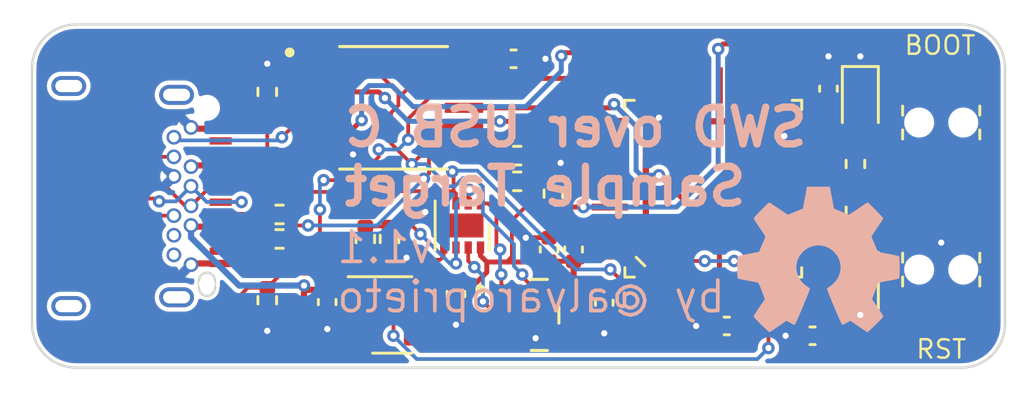
<source format=kicad_pcb>
(kicad_pcb (version 20211014) (generator pcbnew)
  (title_block (title "Debugotron - SWD Sample Target") (date "2022-02-06") (rev "1.1") (company "Quesadillon LLC"))
  (layers (0 "F.Cu" signal) (31 "B.Cu" signal) (34 "B.Paste" user) (35 "F.Paste" user) (36 "B.SilkS" user "B.Silkscreen") (37 "F.SilkS" user "F.Silkscreen") (38 "B.Mask" user) (39 "F.Mask" user) (44 "Edge.Cuts" user))
  (net 0 "")
  (net 1 "VBUS")
  (net 2 "GND")
  (net 3 "VCC")
  (net 4 "/NRST")
  (net 5 "Net-(D1-Pad2)")
  (net 6 "Net-(D2-Pad2)")
  (net 9 "/CC1")
  (net 10 "/D+")
  (net 11 "/D-")
  (net 12 "/VTARGET_IN")
  (net 13 "/SWO_IN")
  (net 14 "/NRST_IN")
  (net 17 "/CC2")
  (net 18 "/SWDCLK_IN")
  (net 19 "/SWDIO_IN")
  (net 21 "/D3_IN")
  (net 22 "/D3")
  (net 23 "/SWO")
  (net 24 "/LED1")
  (net 25 "/LED2")
  (net 26 "/BOOT")
  (net 27 "/DAM_EN")
  (net 29 "/SWDCLK")
  (net 30 "/SWDIO")
  (net 59 "/VREF")
  (net 60 "/CC1_AMP")
  (net 61 "/CC2_AMP")
  (footprint "ultralibrarian:PTS820J25MSMTRLFS" (layer "F.Cu") (at 148.6 127 -90)
    (fp_text reference "SW2" hide)
    (fp_text value "BTN" hide)
  )
  (footprint "Package_DFN_QFN:DFN-8-1EP_2x2mm_P0.5mm_EP1.05x1.75mm" (layer "F.Cu") (at 129.05 131.2 -90)
    (fp_text reference "U5" hide)
    (fp_text value "LM358_DFN")
  )
  (footprint "Resistor_SMD:R_0402_1005Metric" (layer "F.Cu") (at 121.1 125.75 90)
    (fp_text reference "R1" hide)
    (fp_text value "5.1k")
  )
  (footprint "Resistor_SMD:R_0402_1005Metric" (layer "F.Cu") (at 145.1 130.6 -90)
    (fp_text reference "R7" hide)
    (fp_text value "5.1k")
  )
  (footprint "Capacitor_SMD:C_0402_1005Metric" (layer "F.Cu") (at 132.6 132.18 90)
    (fp_text reference "C7" hide)
    (fp_text value "0.1uF")
  )
  (footprint "Capacitor_SMD:C_0402_1005Metric" (layer "F.Cu") (at 131.15 124.4)
    (fp_text reference "C4" hide)
    (fp_text value "0.1uF")
  )
  (footprint "Resistor_SMD:R_0402_1005Metric" (layer "F.Cu") (at 126.09 131.75 90)
    (fp_text reference "R11" hide)
    (fp_text value "10k")
  )
  (footprint "ultralibrarian:PTS820J25MSMTRLFS" (layer "F.Cu") (at 148.6 133 -90)
    (fp_text reference "SW1" hide)
    (fp_text value "BTN" hide)
  )
  (footprint "Capacitor_SMD:C_0402_1005Metric" (layer "F.Cu") (at 144 125.62 90)
    (fp_text reference "C8" hide)
    (fp_text value "0.1uF")
  )
  (footprint "Capacitor_SMD:C_0402_1005Metric" (layer "F.Cu") (at 128.8 134 -90)
    (fp_text reference "C2" hide)
    (fp_text value "1uF")
  )
  (footprint "Resistor_SMD:R_0402_1005Metric" (layer "F.Cu") (at 132.775 129.9 90)
    (fp_text reference "R9" hide)
    (fp_text value "5.1k")
  )
  (footprint "Capacitor_SMD:C_0402_1005Metric" (layer "F.Cu") (at 134.85 134.35 -90)
    (fp_text reference "C3" hide)
    (fp_text value "0.1uF")
  )
  (footprint "Capacitor_SMD:C_0402_1005Metric" (layer "F.Cu") (at 139.85 135.3 180)
    (fp_text reference "C5" hide)
    (fp_text value "0.1uF")
  )
  (footprint "snapeda:SOT95P280X145-5N" (layer "F.Cu") (at 132.2 134.85)
    (fp_text reference "U1" hide)
    (fp_text value "SN74AHC1G08DBVRG4")
  )
  (footprint "Capacitor_SMD:C_0402_1005Metric" (layer "F.Cu") (at 143.35 135.7 180)
    (fp_text reference "C6" hide)
    (fp_text value "0.1uF")
  )
  (footprint "Resistor_SMD:R_0402_1005Metric" (layer "F.Cu") (at 131.3 128.35)
    (fp_text reference "R6" hide)
    (fp_text value "0")
  )
  (footprint "LED_SMD:LED_0603_1608Metric" (layer "F.Cu") (at 145.3 133.1 90)
    (fp_text reference "D1" hide)
    (fp_text value "LED")
  )
  (footprint "Resistor_SMD:R_0402_1005Metric" (layer "F.Cu") (at 121.6 131.75)
    (fp_text reference "R4" hide)
    (fp_text value "0")
  )
  (footprint "Resistor_SMD:R_0402_1005Metric" (layer "F.Cu") (at 131.3 129.4)
    (fp_text reference "R5" hide)
    (fp_text value "0")
  )
  (footprint "Capacitor_SMD:C_0402_1005Metric" (layer "F.Cu") (at 133.6 132.18 90)
    (fp_text reference "C9" hide)
    (fp_text value "4.7uF")
  )
  (footprint "Resistor_SMD:R_0402_1005Metric" (layer "F.Cu") (at 121.6 130.75)
    (fp_text reference "R3" hide)
    (fp_text value "0")
  )
  (footprint "Resistor_SMD:R_0402_1005Metric" (layer "F.Cu") (at 121.1 134.25 -90)
    (fp_text reference "R2" hide)
    (fp_text value "5.1k")
  )
  (footprint "LED_SMD:LED_0603_1608Metric" (layer "F.Cu") (at 145.3 126.2 -90)
    (fp_text reference "D2" hide)
    (fp_text value "LED")
  )
  (footprint "snapeda:SOP65P640X120-14N" (layer "F.Cu") (at 126.255 126.4)
    (fp_text reference "U3" hide)
    (fp_text value "TMUX1511PWR")
  )
  (footprint "Capacitor_SMD:C_0402_1005Metric" (layer "F.Cu") (at 123.545 134.325 -90)
    (fp_text reference "C1" hide)
    (fp_text value "1uF")
  )
  (footprint "Resistor_SMD:R_0402_1005Metric" (layer "F.Cu") (at 125.1 131.75 -90)
    (fp_text reference "R10" hide)
    (fp_text value "240k")
  )
  (footprint "ultralibrarian:STM32L412C8T6" (layer "F.Cu") (at 139.3 129.7 90)
    (fp_text reference "U4" hide)
    (fp_text value "STM32L412C8T6" hide)
  )
  (footprint "Package_TO_SOT_SMD:SOT-23-5" (layer "F.Cu") (at 126.2 134.85)
    (fp_text reference "U2" hide)
    (fp_text value "MIC5504-3.3YM5")
  )
  (footprint "snapeda:GCT_USB4056-03-A_REVA_MOD" (layer "F.Cu") (at 113 130 -90)
    (fp_text reference "J1" hide)
    (fp_text value "USB_C_Receptacle" hide)
    (fp_line (start 3.45 -5.965) (end 3.75 -5.965) (layer "Edge.Cuts") (width 0.1))
    (fp_line (start 3.75 -5.315) (end 3.45 -5.315) (layer "Edge.Cuts") (width 0.1))
    (fp_arc (start 3.75 -5.965) (mid 3.97981 -5.86981) (end 4.075 -5.64) (layer "Edge.Cuts") (width 0.1))
    (fp_arc (start 4.075 -5.64) (mid 3.97981 -5.41019) (end 3.75 -5.315) (layer "Edge.Cuts") (width 0.1))
    (fp_arc (start 3.125 -5.64) (mid 3.22019 -5.86981) (end 3.45 -5.965) (layer "Edge.Cuts") (width 0.1))
    (fp_arc (start 3.45 -5.315) (mid 3.22019 -5.41019) (end 3.125 -5.64) (layer "Edge.Cuts") (width 0.1))
  )
  (footprint "Resistor_SMD:R_0402_1005Metric" (layer "F.Cu") (at 145.1 128.69 90)
    (fp_text reference "R8" hide)
    (fp_text value "5.1k")
  )
  (footprint "Symbol:OSHW-Symbol_6.7x6mm_SilkScreen" (layer "B.Cu") (at 143.6 132.6 180)
    (fp_text reference "REF**" hide)
    (fp_text value "OSHW-Symbol_6.7x6mm_SilkScreen" hide)
  )
  (gr_arc (start 149.4 123) (mid 150.669676 123.494761) (end 151.2 124.75) (layer "Edge.Cuts") (width 0.1))
  (gr_line (start 149.4 123) (end 113.3 123) (layer "Edge.Cuts") (width 0.1))
  (gr_line (start 151.2 135.2) (end 151.2 124.75) (layer "Edge.Cuts") (width 0.1))
  (gr_line (start 111.5 124.8) (end 111.5 135.2) (layer "Edge.Cuts") (width 0.1))
  (gr_arc (start 151.2 135.2) (mid 150.690417 136.471117) (end 149.427208 137) (layer "Edge.Cuts") (width 0.1))
  (gr_arc (start 111.5 124.8) (mid 112.027208 123.527208) (end 113.3 123) (layer "Edge.Cuts") (width 0.1))
  (gr_arc (start 113.3 137) (mid 112.027208 136.472792) (end 111.5 135.2) (layer "Edge.Cuts") (width 0.1))
  (gr_line (start 113.3 137) (end 149.427208 137) (layer "Edge.Cuts") (width 0.1))
  (gr_text "SWD over USB C\nSample Target" (at 124.1 128.4) (layer "B.SilkS") (effects (font (size 1.5 1.5) (thickness 0.3)) (justify right mirror)))
  (gr_text "v1.1\nby @alvaroprieto" (at 123.85 133.1) (layer "B.SilkS") (effects (font (size 1.25 1.25)) (justify right mirror)))
  (gr_text "BOOT" (at 148.55 123.85) (layer "F.SilkS") (effects (font (size 0.75 0.75) (thickness 0.1))))
  (gr_text "RST" (at 148.6 136.25) (layer "F.SilkS") (effects (font (size 0.75 0.75) (thickness 0.1))))
  (segment (start 124.075 135.8) (end 125.0625 135.8) (width 0.254) (layer "F.Cu") (net 1))
  (segment (start 125.1 133.8625) (end 125.0625 133.9) (width 0.1524) (layer "F.Cu") (net 1))
  (segment (start 123.525 133.825) (end 123.545 133.845) (width 0.254) (layer "F.Cu") (net 1))
  (segment (start 125.1 132.26) (end 125.1 133.8625) (width 0.1524) (layer "F.Cu") (net 1))
  (segment (start 122.65 133.6) (end 122.6 133.65) (width 0.254) (layer "F.Cu") (net 1))
  (segment (start 122.6 133.65) (end 122.6 135.228651) (width 0.254) (layer "F.Cu") (net 1))
  (segment (start 123.917089 135.957911) (end 124.075 135.8) (width 0.254) (layer "F.Cu") (net 1))
  (segment (start 124.07 133.845) (end 123.545 133.845) (width 0.2032) (layer "F.Cu") (net 1))
  (segment (start 118.04 128.75) (end 117.99 128.8) (width 0.254) (layer "F.Cu") (net 1))
  (segment (start 125.1 132.26) (end 124.885 132.26) (width 0.1524) (layer "F.Cu") (net 1))
  (segment (start 124.125 133.9) (end 124.07 133.845) (width 0.2032) (layer "F.Cu") (net 1))
  (segment (start 119.2 128.75) (end 118.04 128.75) (width 0.254) (layer "F.Cu") (net 1))
  (segment (start 122.775 133.825) (end 123.525 133.825) (width 0.254) (layer "F.Cu") (net 1))
  (segment (start 123.32926 135.957911) (end 123.917089 135.957911) (width 0.254) (layer "F.Cu") (net 1))
  (segment (start 122.6 135.228651) (end 123.32926 135.957911) (width 0.254) (layer "F.Cu") (net 1))
  (segment (start 125.0625 133.9) (end 124.125 133.9) (width 0.2032) (layer "F.Cu") (net 1))
  (segment (start 118.04 131.25) (end 117.99 131.2) (width 0.254) (layer "F.Cu") (net 1))
  (segment (start 122.6 133.65) (end 122.775 133.825) (width 0.254) (layer "F.Cu") (net 1))
  (segment (start 124.885 132.26) (end 124.85 132.225) (width 0.1524) (layer "F.Cu") (net 1))
  (segment (start 119.2 131.25) (end 118.04 131.25) (width 0.254) (layer "F.Cu") (net 1))
  (via (at 122.6 133.65) (size 0.508) (drill 0.254) (layers "F.Cu" "B.Cu") (net 1))
  (segment (start 117.99 131.69) (end 119.95 133.65) (width 0.254) (layer "B.Cu") (net 1))
  (segment (start 119.95 133.65) (end 122.6 133.65) (width 0.254) (layer "B.Cu") (net 1))
  (segment (start 117.99 131.2) (end 117.99 131.69) (width 0.254) (layer "B.Cu") (net 1))
  (segment (start 132.775 129.39) (end 132.775 128.942714) (width 0.2032) (layer "F.Cu") (net 2))
  (segment (start 139.37 135.3) (end 138.6 135.3) (width 0.1524) (layer "F.Cu") (net 2))
  (segment (start 134.85 134.83) (end 134.85 135.6) (width 0.1524) (layer "F.Cu") (net 2))
  (segment (start 123.545 135.42) (end 123.55 135.425) (width 0.2032) (layer "F.Cu") (net 2))
  (segment (start 139.498922 135.3) (end 139.37 135.3) (width 0.1524) (layer "F.Cu") (net 2))
  (segment (start 145.3 133.8875) (end 145.3 134.85) (width 0.2032) (layer "F.Cu") (net 2))
  (segment (start 135.0836 131.950001) (end 133.850001 131.950001) (width 0.2032) (layer "F.Cu") (net 2))
  (segment (start 137.049999 125.4836) (end 137.049999 126.767099) (width 0.1524) (layer "F.Cu") (net 2))
  (segment (start 140.050001 134.748921) (end 139.498922 135.3) (width 0.1524) (layer "F.Cu") (net 2))
  (segment (start 145.3 125.4125) (end 145.3 124.3) (width 0.2032) (layer "F.Cu") (net 2))
  (segment (start 132.6 131.7) (end 131.65 131.7) (width 0.2032) (layer "F.Cu") (net 2))
  (segment (start 148.6 130.925) (end 148.6 131.9) (width 0.1524) (layer "F.Cu") (net 2))
  (segment (start 128.3 130.3) (end 127.9 130.3) (width 0.1524) (layer "F.Cu") (net 2))
  (segment (start 133.6 131.7) (end 132.6 131.7) (width 0.2032) (layer "F.Cu") (net 2))
  (segment (start 130.945 135.8) (end 132.05 135.8) (width 0.1524) (layer "F.Cu") (net 2))
  (segment (start 123.545 134.805) (end 123.545 135.42) (width 0.2032) (layer "F.Cu") (net 2))
  (segment (start 119.2 132.75) (end 118.04 132.75) (width 0.254) (layer "F.Cu") (net 2))
  (segment (start 123.385 128.35) (end 124.55 128.35) (width 0.2032) (layer "F.Cu") (net 2))
  (segment (start 133.850001 131.950001) (end 133.6 131.7) (width 0.2032) (layer "F.Cu") (net 2))
  (segment (start 124.55 128.35) (end 124.6 128.3) (width 0.2032) (layer "F.Cu") (net 2))
  (segment (start 128.8 134.48) (end 128.8 135.25) (width 0.254) (layer "F.Cu") (net 2))
  (segment (start 137.049999 126.767099) (end 137.0829 126.8) (width 0.1524) (layer "F.Cu") (net 2))
  (segment (start 142.300001 127.449999) (end 142.2 127.55) (width 0.2032) (layer "F.Cu") (net 2))
  (segment (start 121.1 134.76) (end 121.1 135.5) (width 0.2032) (layer "F.Cu") (net 2))
  (segment (start 121.1 125.24) (end 121.1 124.6) (width 0.2032) (layer "F.Cu") (net 2))
  (segment (start 126.528206 132.26) (end 126.784103 132.515897) (width 0.1524) (layer "F.Cu") (net 2))
  (segment (start 119.2 127.25) (end 118.04 127.25) (width 0.254) (layer "F.Cu") (net 2))
  (segment (start 142.87 135.7) (end 142.25 135.7) (width 0.2032) (layer "F.Cu") (net 2))
  (segment (start 127.9 130.3) (end 127.55 130.65) (width 0.1524) (layer "F.Cu") (net 2))
  (segment (start 143.5164 127.449999) (end 142.300001 127.449999) (width 0.2032) (layer "F.Cu") (net 2))
  (segment (start 132.775 128.942714) (end 133.071357 128.646357) (width 0.2032) (layer "F.Cu") (net 2))
  (segment (start 126.09 132.26) (end 126.528206 132.26) (width 0.1524) (layer "F.Cu") (net 2))
  (segment (start 118.04 132.75) (end 117.99 132.8) (width 0.254) (layer "F.Cu") (net 2))
  (segment (start 140.050001 133.9164) (end 140.050001 134.748921) (width 0.1524) (layer "F.Cu") (net 2))
  (segment (start 131.63 124.4) (end 132.45 124.4) (width 0.2032) (layer "F.Cu") (net 2))
  (segment (start 118.04 127.25) (end 117.99 127.2) (width 0.254) (layer "F.Cu") (net 2))
  (segment (start 144 125.14) (end 144 124.3) (width 0.2032) (layer "F.Cu") (net 2))
  (via (at 144 124.3) (size 0.508) (drill 0.254) (layers "F.Cu" "B.Cu") (net 2))
  (via (at 132.45 124.4) (size 0.508) (drill 0.254) (layers "F.Cu" "B.Cu") (net 2))
  (via (at 131.65 131.7) (size 0.508) (drill 0.254) (layers "F.Cu" "B.Cu") (net 2))
  (via (at 128.8 135.25) (size 0.508) (drill 0.254) (layers "F.Cu" "B.Cu") (net 2))
  (via (at 123.55 135.425) (size 0.508) (drill 0.254) (layers "F.Cu" "B.Cu") (net 2))
  (via (at 132.05 135.8) (size 0.508) (drill 0.254) (layers "F.Cu" "B.Cu") (net 2))
  (via (at 126.784103 132.515897) (size 0.508) (drill 0.254) (layers "F.Cu" "B.Cu") (net 2))
  (via (at 142.25 135.7) (size 0.508) (drill 0.254) (layers "F.Cu" "B.Cu") (net 2))
  (via (at 148.6 131.9) (size 0.508) (drill 0.254) (layers "F.Cu" "B.Cu") (net 2))
  (via (at 133.071357 128.646357) (size 0.508) (drill 0.254) (layers "F.Cu" "B.Cu") (net 2))
  (via (at 137.0829 126.8) (size 0.508) (drill 0.254) (layers "F.Cu" "B.Cu") (net 2))
  (via (at 142.2 127.55) (size 0.508) (drill 0.254) (layers "F.Cu" "B.Cu") (net 2))
  (via (at 121.1 135.5) (size 0.508) (drill 0.254) (layers "F.Cu" "B.Cu") (net 2))
  (via (at 121.1 124.6) (size 0.508) (drill 0.254) (layers "F.Cu" "B.Cu") (net 2))
  (via (at 138.6 135.3) (size 0.508) (drill 0.254) (layers "F.Cu" "B.Cu") (net 2))
  (via (at 124.6 128.3) (size 0.508) (drill 0.254) (layers "F.Cu" "B.Cu") (net 2))
  (via (at 134.85 135.6) (size 0.508) (drill 0.254) (layers "F.Cu" "B.Cu") (net 2))
  (via (at 145.3 134.85) (size 0.508) (drill 0.254) (layers "F.Cu" "B.Cu") (net 2))
  (via (at 127.55 130.65) (size 0.508) (drill 0.254) (layers "F.Cu" "B.Cu") (net 2))
  (via (at 145.3 124.3) (size 0.508) (drill 0.254) (layers "F.Cu" "B.Cu") (net 2))
  (segment (start 140.55 133.9164) (end 140.55 135.08) (width 0.1524) (layer "F.Cu") (net 3))
  (segment (start 140.55 133.05) (end 140.15 132.65) (width 0.1524) (layer "F.Cu") (net 3))
  (segment (start 132.59 132.65) (end 132.6 132.66) (width 0.2032) (layer "F.Cu") (net 3))
  (segment (start 144 126.1) (end 144.02892 126.12892) (width 0.254) (layer "F.Cu") (net 3))
  (segment (start 130.057511 132.689781) (end 129.8 132.43227) (width 0.2032) (layer "F.Cu") (net 3))
  (segment (start 135.0836 132.45) (end 134.15 132.45) (width 0.254) (layer "F.Cu") (net 3))
  (segment (start 129.125 124.45) (end 130.62 124.45) (width 0.2032) (layer "F.Cu") (net 3))
  (segment (start 136.55 132.85) (end 136.15 132.45) (width 0.254) (layer "F.Cu") (net 3))
  (segment (start 132.6 132.66) (end 133.6 132.66) (width 0.2032) (layer "F.Cu") (net 3))
  (segment (start 130.057511 133.110219) (end 130.057511 132.689781) (width 0.2032) (layer "F.Cu") (net 3))
  (segment (start 130.67 124.4) (end 130.67 124.97) (width 0.2032) (layer "F.Cu") (net 3))
  (segment (start 138.95 132.65) (end 137 132.65) (width 0.1524) (layer "F.Cu") (net 3))
  (segment (start 131.910219 132.689781) (end 131.95 132.65) (width 0.2032) (layer "F.Cu") (net 3))
  (segment (start 130.860219 132.689781) (end 131.910219 132.689781) (width 0.2032) (layer "F.Cu") (net 3))
  (segment (start 136.55 132.2) (end 136.55 130.55) (width 0.254) (layer "F.Cu") (net 3))
  (segment (start 143.5164 126.95) (end 143.7 126.95) (width 0.254) (layer "F.Cu") (net 3))
  (segment (start 135.95 125.2) (end 136.2336 125.4836) (width 0.2032) (layer "F.Cu") (net 3))
  (segment (start 131.082111 130.992889) (end 131.81 130.265) (width 0.1524) (layer "F.Cu") (net 3))
  (segment (start 136.55 130.55) (end 136.55 125.4836) (width 0.254) (layer "F.Cu") (net 3))
  (segment (start 143.7 126.95) (end 144 126.65) (width 0.254) (layer "F.Cu") (net 3))
  (segment (start 128.8 133.52) (end 129.64773 133.52) (width 0.2032) (layer "F.Cu") (net 3))
  (segment (start 130.9 125.2) (end 135.95 125.2) (width 0.2032) (layer "F.Cu") (net 3))
  (segment (start 140.55 135.08) (end 140.33 135.3) (width 0.1524) (layer "F.Cu") (net 3))
  (segment (start 136.2336 125.4836) (end 136.55 125.4836) (width 0.2032) (layer "F.Cu") (net 3))
  (segment (start 133.455 133.9) (end 134.82 133.9) (width 0.254) (layer "F.Cu") (net 3))
  (segment (start 129.64773 133.52) (end 130.057511 133.110219) (width 0.2032) (layer "F.Cu") (net 3))
  (segment (start 146.639608 129.65) (end 148.025 129.65) (width 0.254) (layer "F.Cu") (net 3))
  (segment (start 145.77892 126.12892) (end 146.3 126.65) (width 0.254) (layer "F.Cu") (net 3))
  (segment (start 129.8 132.43227) (end 129.8 132.1) (width 0.2032) (layer "F.Cu") (net 3))
  (segment (start 144.02892 126.12892) (end 145.77892 126.12892) (width 0.254) (layer "F.Cu") (net 3))
  (segment (start 131.95 132.65) (end 132.59 132.65) (width 0.2032) (layer "F.Cu") (net 3))
  (segment (start 130.860219 132.689781) (end 131.082111 132.467889) (width 0.1524) (layer "F.Cu") (net 3))
  (segment (start 136.15 132.45) (end 135.0836 132.45) (width 0.254) (layer "F.Cu") (net 3))
  (segment (start 137 132.65) (end 136.55 132.2) (width 0.1524) (layer "F.Cu") (net 3))
  (segment (start 140.55 133.9164) (end 140.55 133.05) (width 0.1524) (layer "F.Cu") (net 3))
  (segment (start 133.94 132.66) (end 133.6 132.66) (width 0.254) (layer "F.Cu") (net 3))
  (segment (start 130.67 124.97) (end 130.9 125.2) (width 0.2032) (layer "F.Cu") (net 3))
  (segment (start 133.455 133.9) (end 133.455 133.445) (width 0.254) (layer "F.Cu") (net 3))
  (segment (start 136.55 132.85) (end 136.55 132.2) (width 0.254) (layer "F.Cu") (net 3))
  (segment (start 130.057511 132.689781) (end 130.860219 132.689781) (width 0.2032) (layer "F.Cu") (net 3))
  (segment (start 131.81 130.265) (end 131.81 129.4) (width 0.1524) (layer "F.Cu") (net 3))
  (segment (start 146.3 126.65) (end 146.3 129.310392) (width 0.254) (layer "F.Cu") (net 3))
  (segment (start 131.082111 132.467889) (end 131.082111 130.992889) (width 0.1524) (layer "F.Cu") (net 3))
  (segment (start 134.82 133.9) (end 134.85 133.87) (width 0.254) (layer "F.Cu") (net 3))
  (segment (start 138.1 126.95) (end 143.5164 126.95) (width 0.254) (layer "F.Cu") (net 3))
  (segment (start 148.025 129.65) (end 148.6 129.075) (width 0.254) (layer "F.Cu") (net 3))
  (segment (start 128.8 133.52) (end 127.3675 133.52) (width 0.2032) (layer "F.Cu") (net 3))
  (segment (start 136.55 128.5) (end 138.1 126.95) (width 0.254) (layer "F.Cu") (net 3))
  (segment (start 144 126.65) (end 144 126.1) (width 0.254) (layer "F.Cu") (net 3))
  (segment (start 146.3 129.310392) (end 146.639608 129.65) (width 0.254) (layer "F.Cu") (net 3))
  (segment (start 127.3675 133.52) (end 127.3375 133.55) (width 0.2032) (layer "F.Cu") (net 3))
  (segment (start 134.15 132.45) (end 133.94 132.66) (width 0.254) (layer "F.Cu") (net 3))
  (segment (start 133.455 133.445) (end 133.6 133.3) (width 0.254) (layer "F.Cu") (net 3))
  (segment (start 136.55 130.55) (end 136.55 128.5) (width 0.254) (layer "F.Cu") (net 3))
  (segment (start 130.62 124.45) (end 130.67 124.4) (width 0.2032) (layer "F.Cu") (net 3))
  (segment (start 136.55 133.9164) (end 136.55 132.85) (width 0.254) (layer "F.Cu") (net 3))
  (segment (start 133.6 133.3) (end 133.6 132.66) (width 0.254) (layer "F.Cu") (net 3))
  (via (at 140.15 132.65) (size 0.508) (drill 0.254) (layers "F.Cu" "B.Cu") (net 3))
  (via (at 138.95 132.65) (size 0.508) (drill 0.254) (layers "F.Cu" "B.Cu") (net 3))
  (segment (start 140.15 132.65) (end 138.95 132.65) (width 0.1524) (layer "B.Cu") (net 3))
  (segment (start 141.2671 131.6171) (end 139.55 131.6171) (width 0.2032) (layer "F.Cu") (net 4))
  (segment (start 139.55 131.6171) (end 139.55 132.8) (width 0.2032) (layer "F.Cu") (net 4))
  (segment (start 137.0829 129.15) (end 139.55 131.6171) (width 0.2032) (layer "F.Cu") (net 4))
  (segment (start 147.975 135.7) (end 144.75 135.7) (width 0.2032) (layer "F.Cu") (net 4))
  (segment (start 135.1 126.4) (end 135.25 126.25) (width 0.2032) (layer "F.Cu") (net 4))
  (segment (start 129.125 126.4) (end 135.1 126.4) (width 0.2032) (layer "F.Cu") (net 4))
  (segment (start 143.35 133.7) (end 141.2671 131.6171) (width 0.2032) (layer "F.Cu") (net 4))
  (segment (start 143.35 134.3) (end 143.35 133.7) (width 0.2032) (layer "F.Cu") (net 4))
  (segment (start 144.75 135.7) (end 143.35 134.3) (width 0.2032) (layer "F.Cu") (net 4))
  (segment (start 139.55 132.8) (end 139.55 133.9164) (width 0.2032) (layer "F.Cu") (net 4))
  (segment (start 148.6 135.075) (end 147.975 135.7) (width 0.2032) (layer "F.Cu") (net 4))
  (segment (start 144.75 135.7) (end 143.83 135.7) (width 0.2032) (layer "F.Cu") (net 4))
  (via (at 135.25 126.25) (size 0.508) (drill 0.254) (layers "F.Cu" "B.Cu") (net 4))
  (via (at 137.0829 129.15) (size 0.508) (drill 0.254) (layers "F.Cu" "B.Cu") (net 4))
  (segment (start 135.25 126.25) (end 136.15 127.15) (width 0.2032) (layer "B.Cu") (net 4))
  (segment (start 136.15 128.95) (end 136.35 129.15) (width 0.2032) (layer "B.Cu") (net 4))
  (segment (start 136.15 127.15) (end 136.15 128.95) (width 0.2032) (layer "B.Cu") (net 4))
  (segment (start 136.35 129.15) (end 137.0829 129.15) (width 0.2032) (layer "B.Cu") (net 4))
  (segment (start 145.1 131.6) (end 145.3 131.8) (width 0.2032) (layer "F.Cu") (net 5))
  (segment (start 145.3 131.8) (end 145.3 132.3125) (width 0.2032) (layer "F.Cu") (net 5))
  (segment (start 145.1 131.11) (end 145.1 131.6) (width 0.2032) (layer "F.Cu") (net 5))
  (segment (start 145.3 126.9875) (end 145.3 127.45) (width 0.2032) (layer "F.Cu") (net 6))
  (segment (start 145.3 127.45) (end 145.1 127.65) (width 0.2032) (layer "F.Cu") (net 6))
  (segment (start 145.1 127.65) (end 145.1 128.18) (width 0.2032) (layer "F.Cu") (net 6))
  (segment (start 128.7024 129.8) (end 123.631809 129.8) (width 0.1524) (layer "F.Cu") (net 9))
  (segment (start 128.7024 129.0524) (end 128.65 129) (width 0.1524) (layer "F.Cu") (net 9))
  (segment (start 122.3 129.75) (end 122.382111 129.832111) (width 0.1524) (layer "F.Cu") (net 9))
  (segment (start 141.049999 135.950001) (end 141.049999 133.9164) (width 0.1524) (layer "F.Cu") (net 9))
  (segment (start 120.3 129.25) (end 121.1 128.45) (width 0.1524) (layer "F.Cu") (net 9))
  (segment (start 136.6 136.25) (end 140.75 136.25) (width 0.1524) (layer "F.Cu") (net 9))
  (segment (start 120.3 129.25) (end 121.8 129.25) (width 0.1524) (layer "F.Cu") (net 9))
  (segment (start 135.7 135.35) (end 136.6 136.25) (width 0.1524) (layer "F.Cu") (net 9))
  (segment (start 121.1 128.45) (end 121.1 126.26) (width 0.1524) (layer "F.Cu") (net 9))
  (segment (start 123.631809 129.8) (end 123.599698 129.832111) (width 0.1524) (layer "F.Cu") (net 9))
  (segment (start 123.599698 129.832111) (end 122.382111 129.832111) (width 0.1524) (layer "F.Cu") (net 9))
  (segment (start 128.8 130.3) (end 128.8 129.8976) (width 0.1524) (layer "F.Cu") (net 9))
  (segment (start 135.1 132.995602) (end 135.7 133.595602) (width 0.1524) (layer "F.Cu") (net 9))
  (segment (start 128.8 129.8976) (end 128.7024 129.8) (width 0.1524) (layer "F.Cu") (net 9))
  (segment (start 128.7024 129.8) (end 128.7024 129.0524) (width 0.1524) (layer "F.Cu") (net 9))
  (segment (start 135.7 133.595602) (end 135.7 135.35) (width 0.1524) (layer "F.Cu") (net 9))
  (segment (start 140.75 136.25) (end 141.049999 135.950001) (width 0.1524) (layer "F.Cu") (net 9))
  (segment (start 119.2 129.25) (end 120.3 129.25) (width 0.1524) (layer "F.Cu") (net 9))
  (segment (start 121.8 129.25) (end 122.3 129.75) (width 0.1524) (layer "F.Cu") (net 9))
  (via (at 128.65 129) (size 0.508) (drill 0.254) (layers "F.Cu" "B.Cu") (net 9))
  (via (at 135.1 132.995602) (size 0.508) (drill 0.254) (layers "F.Cu" "B.Cu") (net 9))
  (segment (start 129.675752 128.963569) (end 131.35 130.637817) (width 0.1524) (layer "B.Cu") (net 9))
  (segment (start 133.695602 132.995602) (end 135.1 132.995602) (width 0.1524) (layer "B.Cu") (net 9))
  (segment (start 128.65 129) (end 128.686431 128.963569) (width 0.1524) (layer "B.Cu") (net 9))
  (segment (start 131.35 130.65) (end 133.695602 132.995602) (width 0.1524) (layer "B.Cu") (net 9))
  (segment (start 128.686431 128.963569) (end 129.675752 128.963569) (width 0.1524) (layer "B.Cu") (net 9))
  (segment (start 131.35 130.637817) (end 131.35 130.65) (width 0.1524) (layer "B.Cu") (net 9))
  (segment (start 117.05 129.7) (end 117.75 130.4) (width 0.1524) (layer "F.Cu") (net 10))
  (segment (start 118.64 129.75) (end 119.2 129.75) (width 0.1524) (layer "F.Cu") (net 10))
  (segment (start 117.99 130.4) (end 118.64 129.75) (width 0.1524) (layer "F.Cu") (net 10))
  (segment (start 138.05 124.8867) (end 138.1476 124.7891) (width 0.1524) (layer "F.Cu") (net 10))
  (segment (start 117.75 130.4) (end 117.99 130.4) (width 0.1524) (layer "F.Cu") (net 10))
  (segment (start 137.386872 123.6524) (end 116.663128 123.6524) (width 0.1524) (layer "F.Cu") (net 10))
  (segment (start 138.05 125.4836) (end 138.05 124.8867) (width 0.1524) (layer "F.Cu") (net 10))
  (segment (start 138.1476 124.7891) (end 138.1476 124.413128) (width 0.1524) (layer "F.Cu") (net 10))
  (segment (start 116.064846 129.7) (end 117.05 129.7) (width 0.1524) (layer "F.Cu") (net 10))
  (segment (start 138.1476 124.413128) (end 137.386872 123.6524) (width 0.1524) (layer "F.Cu") (net 10))
  (segment (start 116.663128 123.6524) (end 115.0024 125.313128) (width 0.1524) (layer "F.Cu") (net 10))
  (segment (start 115.0024 125.313128) (end 115.0024 128.637554) (width 0.1524) (layer "F.Cu") (net 10))
  (segment (start 115.0024 128.637554) (end 116.064846 129.7) (width 0.1524) (layer "F.Cu") (net 10))
  (segment (start 116.45 130.1024) (end 116.573477 130.1024) (width 0.1524) (layer "F.Cu") (net 11))
  (segment (start 138.452399 124.7891) (end 138.452399 124.286871) (width 0.1524) (layer "F.Cu") (net 11))
  (segment (start 116.536872 123.3476) (end 114.6976 125.186872) (width 0.1524) (layer "F.Cu") (net 11))
  (segment (start 116.573477 130.1024) (end 116.687958 130.216881) (width 0.1524) (layer "F.Cu") (net 11))
  (segment (start 114.6976 125.186872) (end 114.6976 128.763128) (width 0.1524) (layer "F.Cu") (net 11))
  (segment (start 120.05 130.2425) (end 119.2075 130.2425) (width 0.1524) (layer "F.Cu") (net 11))
  (segment (start 114.6976 128.763128) (end 116.036872 130.1024) (width 0.1524) (layer "F.Cu") (net 11))
  (segment (start 138.549999 124.8867) (end 138.452399 124.7891) (width 0.1524) (layer "F.Cu") (net 11))
  (segment (start 119.2075 130.2425) (end 119.2 130.25) (width 0.1524) (layer "F.Cu") (net 11))
  (segment (start 116.036872 130.1024) (end 116.45 130.1024) (width 0.1524) (layer "F.Cu") (net 11))
  (segment (start 137.513128 123.3476) (end 116.536872 123.3476) (width 0.1524) (layer "F.Cu") (net 11))
  (segment (start 138.452399 124.286871) (end 137.513128 123.3476) (width 0.1524) (layer "F.Cu") (net 11))
  (segment (start 138.549999 125.4836) (end 138.549999 124.8867) (width 0.1524) (layer "F.Cu") (net 11))
  (via (at 120.05 130.2425) (size 0.508) (drill 0.254) (layers "F.Cu" "B.Cu") (net 11))
  (via (at 116.687958 130.216881) (size 0.508) (drill 0.254) (layers "F.Cu" "B.Cu") (net 11))
  (segment (start 118.6325 130.2425) (end 120.05 130.2425) (width 0.1524) (layer "B.Cu") (net 11))
  (segment (start 117.99 129.6) (end 118.6325 130.2425) (width 0.1524) (layer "B.Cu") (net 11))
  (segment (start 117.373119 130.216881) (end 117.99 129.6) (width 0.1524) (layer "B.Cu") (net 11))
  (segment (start 116.687958 130.216881) (end 117.373119 130.216881) (width 0.1524) (layer "B.Cu") (net 11))
  (segment (start 119.2 130.75) (end 121.09 130.75) (width 0.2032) (layer "F.Cu") (net 12))
  (segment (start 119.2 131.75) (end 121.09 131.75) (width 0.2032) (layer "F.Cu") (net 13))
  (segment (start 124.7 129.35) (end 125.4 128.65) (width 0.1524) (layer "F.Cu") (net 14))
  (segment (start 126.85 126.85) (end 127.95 125.75) (width 0.1524) (layer "F.Cu") (net 14))
  (segment (start 123.25 131.5) (end 123.25 130.55) (width 0.1524) (layer "F.Cu") (net 14))
  (segment (start 125.65 128.4) (end 125.65 128.1) (width 0.1524) (layer "F.Cu") (net 14))
  (segment (start 119.8024 132.25) (end 120.2024 132.65) (width 0.1524) (layer "F.Cu") (net 14))
  (segment (start 125.4 128.65) (end 125.65 128.4) (width 0.1524) (layer "F.Cu") (net 14))
  (segment (start 126.85 127.7) (end 126.85 126.85) (width 0.1524) (layer "F.Cu") (net 14))
  (segment (start 119.2 132.25) (end 119.8024 132.25) (width 0.1524) (layer "F.Cu") (net 14))
  (segment (start 120.2024 132.65) (end 122.1 132.65) (width 0.1524) (layer "F.Cu") (net 14))
  (segment (start 127.95 125.75) (end 129.125 125.75) (width 0.1524) (layer "F.Cu") (net 14))
  (segment (start 123.4 129.35) (end 124.7 129.35) (width 0.1524) (layer "F.Cu") (net 14))
  (segment (start 122.1 132.65) (end 123.25 131.5) (width 0.1524) (layer "F.Cu") (net 14))
  (via (at 123.25 130.55) (size 0.508) (drill 0.254) (layers "F.Cu" "B.Cu") (net 14))
  (via (at 123.4 129.35) (size 0.508) (drill 0.254) (layers "F.Cu" "B.Cu") (net 14))
  (via (at 125.65 128.1) (size 0.508) (drill 0.254) (layers "F.Cu" "B.Cu") (net 14))
  (via (at 126.85 127.7) (size 0.508) (drill 0.254) (layers "F.Cu" "B.Cu") (net 14))
  (segment (start 123.25 129.5) (end 123.4 129.35) (width 0.1524) (layer "B.Cu") (net 14))
  (segment (start 126.45 128.1) (end 126.85 127.7) (width 0.1524) (layer "B.Cu") (net 14))
  (segment (start 123.25 130.55) (end 123.25 129.5) (width 0.1524) (layer "B.Cu") (net 14))
  (segment (start 125.65 128.1) (end 126.45 128.1) (width 0.1524) (layer "B.Cu") (net 14))
  (segment (start 124.28812 131.76188) (end 126.71188 131.76188) (width 0.1524) (layer "F.Cu") (net 17))
  (segment (start 126.25 134.05) (end 126.25 135.7) (width 0.1524) (layer "F.Cu") (net 17))
  (segment (start 121.1 133.74) (end 121.672111 133.167889) (width 0.1524) (layer "F.Cu") (net 17))
  (segment (start 128.15 132.6) (end 128.3 132.45) (width 0.1524) (layer "F.Cu") (net 17))
  (segment (start 126.668378 133.02188) (end 126.25 133.440258) (width 0.1524) (layer "F.Cu") (net 17))
  (segment (start 121.672111 133.167889) (end 122.882111 133.167889) (width 0.1524) (layer "F.Cu") (net 17))
  (segment (start 118.95 135.1) (end 120.31 133.74) (width 0.1524) (layer "F.Cu") (net 17))
  (segment (start 126.71188 131.76188) (end 127.55 132.6) (width 0.1524) (layer "F.Cu") (net 17))
  (segment (start 116.15 134.5) (end 116.75 135.1) (width 0.1524) (layer "F.Cu") (net 17))
  (segment (start 127.55 132.6) (end 128.15 132.6) (width 0.1524) (layer "F.Cu") (net 17))
  (segment (start 117.29 130.8) (end 116.7 130.8) (width 0.1524) (layer "F.Cu") (net 17))
  (segment (start 128.3 132.45) (end 128.3 132.1) (width 0.1524) (layer "F.Cu") (net 17))
  (segment (start 116.7 130.8) (end 116.15 131.35) (width 0.1524) (layer "F.Cu") (net 17))
  (segment (start 127.55 132.6) (end 127.12812 133.02188) (width 0.1524) (layer "F.Cu") (net 17))
  (segment (start 126.25 133.440258) (end 126.25 134.05) (width 0.1524) (layer "F.Cu") (net 17))
  (segment (start 127.12812 133.02188) (end 126.668378 133.02188) (width 0.1524) (layer "F.Cu") (net 17))
  (segment (start 116.15 131.35) (end 116.15 134.5) (width 0.1524) (layer "F.Cu") (net 17))
  (segment (start 122.882111 133.167889) (end 124.28812 131.76188) (width 0.1524) (layer "F.Cu") (net 17))
  (segment (start 116.75 135.1) (end 118.95 135.1) (width 0.1524) (layer "F.Cu") (net 17))
  (segment (start 120.31 133.74) (end 121.1 133.74) (width 0.1524) (layer "F.Cu") (net 17))
  (segment (start 141.55 136.2) (end 141.550001 133.9164) (width 0.1524) (layer "F.Cu") (net 17))
  (via (at 141.55 136.2) (size 0.508) (drill 0.254) (layers "F.Cu" "B.Cu") (net 17))
  (via (at 126.25 135.7) (size 0.508) (drill 0.254) (layers "F.Cu" "B.Cu") (net 17))
  (segment (start 126.25 135.7) (end 127.2 136.65) (width 0.1524) (layer "B.Cu") (net 17))
  (segment (start 132.9 136.65) (end 141.1 136.65) (width 0.1524) (layer "B.Cu") (net 17))
  (segment (start 127.2 136.65) (end 132.9 136.65) (width 0.1524) (layer "B.Cu") (net 17))
  (segment (start 141.1 136.65) (end 141.55 136.2) (width 0.1524) (layer "B.Cu") (net 17))
  (segment (start 115.85 125.5) (end 115.95 125.4) (width 0.1524) (layer "F.Cu") (net 18))
  (segment (start 115.95 125.4) (end 117.025 124.325) (width 0.1524) (layer "F.Cu") (net 18))
  (segment (start 115.85 128.2) (end 115.85 125.5) (width 0.1524) (layer "F.Cu") (net 18))
  (segment (start 123.385 125.1) (end 122.3 125.1) (width 0.1524) (layer "F.Cu") (net 18))
  (segment (start 117.232111 124.117889) (end 117.025 124.325) (width 0.1524) (layer "F.Cu") (net 18))
  (segment (start 122.3 125.1) (end 121.6 124.4) (width 0.1524) (layer "F.Cu") (net 18))
  (segment (start 116.05 128.4) (end 115.85 128.2) (width 0.1524) (layer "F.Cu") (net 18))
  (segment (start 117.29 128.4) (end 116.05 128.4) (width 0.1524) (layer "F.Cu") (net 18))
  (segment (start 121.467889 124.117889) (end 117.232111 124.117889) (width 0.1524) (layer "F.Cu") (net 18))
  (segment (start 121.6 124.25) (end 121.467889 124.117889) (width 0.1524) (layer "F.Cu") (net 18))
  (segment (start 121.6 124.4) (end 121.6 124.25) (width 0.1524) (layer "F.Cu") (net 18))
  (segment (start 122.25 127.05) (end 121.7 127.6) (width 0.1524) (layer "F.Cu") (net 19))
  (segment (start 123.385 127.05) (end 122.25 127.05) (width 0.1524) (layer "F.Cu") (net 19))
  (via (at 121.7 127.6) (size 0.508) (drill 0.254) (layers "F.Cu" "B.Cu") (net 19))
  (segment (start 121.7 127.6) (end 121.571889 127.728111) (width 0.1524) (layer "B.Cu") (net 19))
  (segment (start 117.418111 127.728111) (end 117.29 127.6) (width 0.1524) (layer "B.Cu") (net 19))
  (segment (start 121.571889 127.728111) (end 117.418111 127.728111) (width 0.1524) (layer "B.Cu") (net 19))
  (segment (start 122.7679 131.2) (end 122.15 131.2) (width 0.1524) (layer "F.Cu") (net 21))
  (segment (start 122.15 131.2) (end 122.11 131.16) (width 0.1524) (layer "F.Cu") (net 21))
  (segment (start 127.7 129.081794) (end 127.490897 129.290897) (width 0.1524) (layer "F.Cu") (net 21))
  (segment (start 122.11 130.75) (end 122.11 131.16) (width 0.2032) (layer "F.Cu") (net 21))
  (segment (start 122.11 131.16) (end 122.11 131.75) (width 0.2032) (layer "F.Cu") (net 21))
  (segment (start 127.7 128.2) (end 127.7 128.85) (width 0.1524) (layer "F.Cu") (net 21))
  (segment (start 128.2 127.7) (end 127.7 128.2) (width 0.1524) (layer "F.Cu") (net 21))
  (segment (start 129.125 127.7) (end 128.2 127.7) (width 0.1524) (layer "F.Cu") (net 21))
  (segment (start 127.7 128.85) (end 127.7 129.081794) (width 0.1524) (layer "F.Cu") (net 21))
  (via (at 127.490897 129.290897) (size 0.508) (drill 0.254) (layers "F.Cu" "B.Cu") (net 21))
  (via (at 122.7679 131.2) (size 0.508) (drill 0.254) (layers "F.Cu" "B.Cu") (net 21))
  (segment (start 125.581794 131.2) (end 122.7679 131.2) (width 0.1524) (layer "B.Cu") (net 21))
  (segment (start 127.490897 129.290897) (end 125.581794 131.2) (width 0.1524) (layer "B.Cu") (net 21))
  (segment (start 129.125 128.35) (end 130.59 128.35) (width 0.2032) (layer "F.Cu") (net 22))
  (segment (start 130.79 129.4) (end 130.79 128.35) (width 0.1524) (layer "F.Cu") (net 22))
  (segment (start 130.59 128.35) (end 130.64 128.4) (width 0.2032) (layer "F.Cu") (net 22))
  (segment (start 135.0836 127.950001) (end 133.049999 127.950001) (width 0.2032) (layer "F.Cu") (net 23))
  (segment (start 132.65 128.35) (end 131.81 128.35) (width 0.2032) (layer "F.Cu") (net 23))
  (segment (start 133.049999 127.950001) (end 132.65 128.35) (width 0.2032) (layer "F.Cu") (net 23))
  (segment (start 143.5164 129.95) (end 144.96 129.95) (width 0.2032) (layer "F.Cu") (net 24))
  (segment (start 144.96 129.95) (end 145.1 130.09) (width 0.2032) (layer "F.Cu") (net 24))
  (segment (start 144.85 129.45) (end 145.1 129.2) (width 0.2032) (layer "F.Cu") (net 25))
  (segment (start 143.5164 129.45) (end 144.85 129.45) (width 0.2032) (layer "F.Cu") (net 25))
  (segment (start 148.242489 123.792489) (end 148.6 124.15) (width 0.2032) (layer "F.Cu") (net 26))
  (segment (start 132.815 130.45) (end 132.775 130.41) (width 0.2032) (layer "F.Cu") (net 26))
  (segment (start 148.6 124.15) (end 148.6 124.925) (width 0.2032) (layer "F.Cu") (net 26))
  (segment (start 139.5 124) (end 139.707511 123.792489) (width 0.2032) (layer "F.Cu") (net 26))
  (segment (start 139.707511 123.792489) (end 148.242489 123.792489) (width 0.2032) (layer "F.Cu") (net 26))
  (segment (start 135.0836 130.450001) (end 132.815 130.45) (width 0.2032) (layer "F.Cu") (net 26))
  (via (at 139.5 124) (size 0.508) (drill 0.254) (layers "F.Cu" "B.Cu") (net 26))
  (via (at 134.000001 130.450001) (size 0.508) (drill 0.254) (layers "F.Cu" "B.Cu") (net 26))
  (segment (start 139.5 128.75) (end 137.8 130.45) (width 0.2032) (layer "B.Cu") (net 26))
  (segment (start 139.5 124) (end 139.5 128.75) (width 0.2032) (layer "B.Cu") (net 26))
  (segment (start 137.8 130.45) (end 134.000001 130.450001) (width 0.2032) (layer "B.Cu") (net 26))
  (segment (start 126.15 126.6) (end 126.45 126.3) (width 0.1524) (layer "F.Cu") (net 27))
  (segment (start 123.385 124.45) (end 125.1 124.45) (width 0.1524) (layer "F.Cu") (net 27))
  (segment (start 131.504258 133.28849) (end 131.504258 133.200951) (width 0.1524) (layer "F.Cu") (net 27))
  (segment (start 133.455 135.8) (end 133.455 135.239232) (width 0.1524) (layer "F.Cu") (net 27))
  (segment (start 126.45 125.8) (end 126.45 126) (width 0.1524) (layer "F.Cu") (net 27))
  (segment (start 128.4 127.05) (end 127.35 128.1) (width 0.1524) (layer "F.Cu") (net 27))
  (segment (start 126.15 127) (end 126.15 127.05) (width 0.1524) (layer "F.Cu") (net 27))
  (segment (start 126.15 127.05) (end 126.15 126.6) (width 0.1524) (layer "F.Cu") (net 27))
  (segment (start 127.35 125.1) (end 129.125 125.1) (width 0.1524) (layer "F.Cu") (net 27))
  (segment (start 133.455 135.239232) (end 131.504258 133.28849) (width 0.1524) (layer "F.Cu") (net 27))
  (segment (start 125.1 124.45) (end 126.45 125.8) (width 0.1524) (layer "F.Cu") (net 27))
  (segment (start 127.35 128.35) (end 127.35 128.1) (width 0.1524) (layer "F.Cu") (net 27))
  (segment (start 123.385 126.4) (end 125.55 126.4) (width 0.1524) (layer "F.Cu") (net 27))
  (segment (start 126.45 126) (end 127.35 125.1) (width 0.1524) (layer "F.Cu") (net 27))
  (segment (start 126.15 127.85) (end 127 128.7) (width 0.1524) (layer "F.Cu") (net 27))
  (segment (start 125.55 126.4) (end 126.15 127) (width 0.1524) (layer "F.Cu") (net 27))
  (segment (start 127 128.7) (end 127.35 128.35) (width 0.1524) (layer "F.Cu") (net 27))
  (segment (start 126.15 127.3) (end 126.15 127.85) (width 0.1524) (layer "F.Cu") (net 27))
  (segment (start 126.15 127.05) (end 126.15 127.3) (width 0.1524) (layer "F.Cu") (net 27))
  (segment (start 129.125 127.05) (end 128.4 127.05) (width 0.1524) (layer "F.Cu") (net 27))
  (segment (start 126.45 126.3) (end 126.45 126) (width 0.1524) (layer "F.Cu") (net 27))
  (via (at 131.504258 133.200951) (size 0.508) (drill 0.254) (layers "F.Cu" "B.Cu") (net 27))
  (via (at 127 128.7) (size 0.508) (drill 0.254) (layers "F.Cu" "B.Cu") (net 27))
  (segment (start 131.504258 133.200951) (end 131.167889 132.864582) (width 0.1524) (layer "B.Cu") (net 27))
  (segment (start 129.9 129.618191) (end 129.549698 129.267889) (width 0.1524) (layer "B.Cu") (net 27))
  (segment (start 128.481809 129.6) (end 127.581809 128.7) (width 0.1524) (layer "B.Cu") (net 27))
  (segment (start 131.167889 131.967889) (end 129.9 130.7) (width 0.1524) (layer "B.Cu") (net 27))
  (segment (start 128.75 129.6) (end 128.481809 129.6) (width 0.1524) (layer "B.Cu") (net 27))
  (segment (start 129.549698 129.267889) (end 129.082111 129.267889) (width 0.1524) (layer "B.Cu") (net 27))
  (segment (start 129.9 130.7) (end 129.9 129.618191) (width 0.1524) (layer "B.Cu") (net 27))
  (segment (start 131.167889 132.864582) (end 131.167889 131.967889) (width 0.1524) (layer "B.Cu") (net 27))
  (segment (start 129.082111 129.267889) (end 128.75 129.6) (width 0.1524) (layer "B.Cu") (net 27))
  (segment (start 127.581809 128.7) (end 127 128.7) (width 0.1524) (layer "B.Cu") (net 27))
  (segment (start 130.6 126.95) (end 135.0836 126.95) (width 0.2032) (layer "F.Cu") (net 29))
  (segment (start 125.65 125.75) (end 125.9 126) (width 0.2032) (layer "F.Cu") (net 29))
  (segment (start 123.385 125.75) (end 125.65 125.75) (width 0.2032) (layer "F.Cu") (net 29))
  (via (at 125.9 126) (size 0.508) (drill 0.254) (layers "F.Cu" "B.Cu") (net 29))
  (via (at 130.6 126.95) (size 0.508) (drill 0.254) (layers "F.Cu" "B.Cu") (net 29))
  (segment (start 125.9 126) (end 126.85 126.95) (width 0.2032) (layer "B.Cu") (net 29))
  (segment (start 126.85 126.95) (end 130.6 126.95) (width 0.2032) (layer "B.Cu") (net 29))
  (segment (start 137.550001 124.700001) (end 137 124.15) (width 0.2032) (layer "F.Cu") (net 30))
  (segment (start 137.550001 125.4836) (end 137.550001 124.700001) (width 0.2032) (layer "F.Cu") (net 30))
  (segment (start 124.95 126.9) (end 124.15 127.7) (width 0.2032) (layer "F.Cu") (net 30))
  (segment (start 124.15 127.7) (end 123.385 127.7) (width 0.2032) (layer "F.Cu") (net 30))
  (segment (start 133.232474 124.15) (end 133.09945 124.283024) (width 0.2032) (layer "F.Cu") (net 30))
  (segment (start 137 124.15) (end 133.232474 124.15) (width 0.2032) (layer "F.Cu") (net 30))
  (via (at 124.95 126.9) (size 0.508) (drill 0.254) (layers "F.Cu" "B.Cu") (net 30))
  (via (at 133.09945 124.283024) (size 0.508) (drill 0.254) (layers "F.Cu" "B.Cu") (net 30))
  (segment (start 124.95 125.8) (end 124.95 126.9) (width 0.2032) (layer "B.Cu") (net 30))
  (segment (start 126.192489 125.492489) (end 125.257511 125.492489) (width 0.2032) (layer "B.Cu") (net 30))
  (segment (start 128.25 126.35) (end 127.05 126.35) (width 0.2032) (layer "B.Cu") (net 30))
  (segment (start 127.05 126.35) (end 126.35 125.65) (width 0.2032) (layer "B.Cu") (net 30))
  (segment (start 133.09945 124.283024) (end 133.09945 124.90055) (width 0.2032) (layer "B.Cu") (net 30))
  (segment (start 126.35 125.65) (end 126.192489 125.492489) (width 0.2032) (layer "B.Cu") (net 30))
  (segment (start 131.65 126.35) (end 128.25 126.35) (width 0.2032) (layer "B.Cu") (net 30))
  (segment (start 133.09945 124.90055) (end 132.4 125.6) (width 0.2032) (layer "B.Cu") (net 30))
  (segment (start 125.2 125.55) (end 124.95 125.8) (width 0.2032) (layer "B.Cu") (net 30))
  (segment (start 125.257511 125.492489) (end 125.2 125.55) (width 0.2032) (layer "B.Cu") (net 30))
  (segment (start 132.4 125.6) (end 131.65 126.35) (width 0.2032) (layer "B.Cu") (net 30))
  (segment (start 127.04 131.24) (end 127.35 131.55) (width 0.1524) (layer "F.Cu") (net 59))
  (segment (start 126.09 131.24) (end 127.04 131.24) (width 0.1524) (layer "F.Cu") (net 59))
  (segment (start 128.8 132.75) (end 128.8 132.1) (width 0.1524) (layer "F.Cu") (net 59))
  (segment (start 129.3 130.3) (end 129.3 129.8) (width 0.2032) (layer "F.Cu") (net 59))
  (segment (start 125.1 131.24) (end 126.09 131.24) (width 0.1524) (layer "F.Cu") (net 59))
  (segment (start 129.3 129.8) (end 129.35 129.75) (width 0.2032) (layer "F.Cu") (net 59))
  (via (at 129.35 129.75) (size 0.508) (drill 0.254) (layers "F.Cu" "B.Cu") (net 59))
  (via (at 127.35 131.55) (size 0.508) (drill 0.254) (layers "F.Cu" "B.Cu") (net 59))
  (via (at 128.8 132.75) (size 0.508) (drill 0.254) (layers "F.Cu" "B.Cu") (net 59))
  (segment (start 128.55 132.75) (end 128.8 132.75) (width 0.1524) (layer "B.Cu") (net 59))
  (segment (start 128.8 132.75) (end 128.8 130.3) (width 0.1524) (layer "B.Cu") (net 59))
  (segment (start 128.8 130.3) (end 129.35 129.75) (width 0.1524) (layer "B.Cu") (net 59))
  (segment (start 127.35 131.55) (end 128.55 132.75) (width 0.1524) (layer "B.Cu") (net 59))
  (segment (start 130.65 133.605) (end 130.945 133.9) (width 0.1524) (layer "F.Cu") (net 60))
  (segment (start 129.8 130.3) (end 130.1024 130.3) (width 0.1524) (layer "F.Cu") (net 60))
  (segment (start 130.45 130.6476) (end 130.45 131.05) (width 0.1524) (layer "F.Cu") (net 60))
  (segment (start 130.45 131.05) (end 130.45 132.032281) (width 0.1524) (layer "F.Cu") (net 60))
  (segment (start 130.65 133.197281) (end 130.65 133.605) (width 0.1524) (layer "F.Cu") (net 60))
  (segment (start 130.45 132.032281) (end 130.6 132.182281) (width 0.1524) (layer "F.Cu") (net 60))
  (segment (start 130.1024 130.3) (end 130.45 130.6476) (width 0.1524) (layer "F.Cu") (net 60))
  (via (at 130.65 133.197281) (size 0.508) (drill 0.254) (layers "F.Cu" "B.Cu") (net 60))
  (via (at 130.6 132.182281) (size 0.508) (drill 0.254) (layers "F.Cu" "B.Cu") (net 60))
  (segment (start 130.6 132.182281) (end 130.6 133.147281) (width 0.1524) (layer "B.Cu") (net 60))
  (segment (start 130.6 133.147281) (end 130.65 133.197281) (width 0.1524) (layer "B.Cu") (net 60))
  (segment (start 130.45 134.85) (end 130.945 134.85) (width 0.1524) (layer "F.Cu") (net 61))
  (segment (start 129.9 134.3) (end 130.45 134.85) (width 0.1524) (layer "F.Cu") (net 61))
  (segment (start 129.3 132.1) (end 129.3 132.65) (width 0.1524) (layer "F.Cu") (net 61))
  (segment (start 129.3 132.65) (end 129.55 132.9) (width 0.1524) (layer "F.Cu") (net 61))
  (via (at 129.55 132.9) (size 0.508) (drill 0.254) (layers "F.Cu" "B.Cu") (net 61))
  (via (at 129.9 134.3) (size 0.508) (drill 0.254) (layers "F.Cu" "B.Cu") (net 61))
  (segment (start 129.55 132.9) (end 129.9 133.25) (width 0.1524) (layer "B.Cu") (net 61))
  (segment (start 129.9 133.25) (end 129.9 134.3) (width 0.1524) (layer "B.Cu") (net 61))
  (zone (net 2) (net_name "GND") (layer "B.Cu") (connect_pads (clearance 0.1778)) (min_thickness 0.1778) (fill yes (thermal_gap 0.254) (thermal_bridge_width 0.381))
    (polygon (pts (xy 152 138) (xy 111 138) (xy 111 122) (xy 152 122)))
  )
)
</source>
